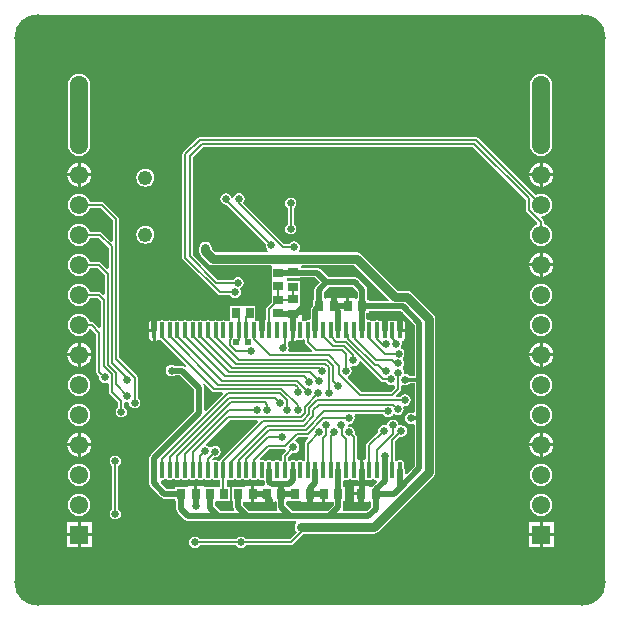
<source format=gbl>
G04 Layer_Physical_Order=2*
G04 Layer_Color=11436288*
%FSLAX23Y23*%
%MOIN*%
G70*
G01*
G75*
%ADD12R,0.030X0.033*%
%ADD16R,0.028X0.033*%
%ADD20R,0.033X0.028*%
%ADD23C,0.008*%
%ADD25C,0.020*%
%ADD26C,0.060*%
%ADD28C,0.030*%
%ADD30C,0.010*%
%ADD33C,0.012*%
%ADD34C,0.061*%
%ADD35R,0.061X0.061*%
%ADD36C,0.048*%
%ADD37C,0.026*%
%ADD38C,0.158*%
%ADD39C,0.050*%
%ADD40C,0.024*%
%ADD41R,0.033X0.030*%
%ADD42O,0.016X0.055*%
G36*
X1905Y1967D02*
X1920Y1963D01*
X1934Y1956D01*
X1946Y1946D01*
X1956Y1934D01*
X1963Y1920D01*
X1967Y1905D01*
X1969Y1890D01*
X1969Y1890D01*
X1969Y1890D01*
Y1884D01*
X1969Y79D01*
X1967Y63D01*
X1963Y48D01*
X1956Y35D01*
X1946Y23D01*
X1934Y13D01*
X1920Y6D01*
X1905Y1D01*
X1890Y-0D01*
X1890Y-0D01*
Y-0D01*
X79D01*
X79Y-0D01*
Y-0D01*
X78Y-0D01*
X63Y1D01*
X48Y6D01*
X35Y13D01*
X23Y23D01*
X13Y35D01*
X6Y48D01*
X1Y63D01*
X-0Y78D01*
X-0Y79D01*
X-0D01*
X-0Y1890D01*
X1Y1905D01*
X6Y1920D01*
X13Y1934D01*
X23Y1946D01*
X35Y1956D01*
X48Y1963D01*
X63Y1967D01*
X73Y1968D01*
X79Y1969D01*
X79Y1969D01*
X84D01*
X85Y1969D01*
X85D01*
X1890Y1969D01*
X1905Y1967D01*
D02*
G37*
%LPC*%
G36*
X1760Y575D02*
Y540D01*
X1795D01*
X1794Y546D01*
X1790Y555D01*
X1784Y564D01*
X1775Y570D01*
X1766Y574D01*
X1760Y575D01*
D02*
G37*
G36*
X215Y672D02*
X205Y671D01*
X197Y667D01*
X189Y661D01*
X183Y653D01*
X179Y645D01*
X178Y635D01*
X179Y625D01*
X183Y617D01*
X189Y609D01*
X197Y603D01*
X205Y599D01*
X215Y598D01*
X225Y599D01*
X233Y603D01*
X241Y609D01*
X247Y617D01*
X251Y625D01*
X252Y635D01*
X251Y645D01*
X247Y653D01*
X241Y661D01*
X233Y667D01*
X225Y671D01*
X215Y672D01*
D02*
G37*
G36*
X1755D02*
X1745Y671D01*
X1737Y667D01*
X1729Y661D01*
X1723Y653D01*
X1719Y645D01*
X1718Y635D01*
X1719Y625D01*
X1723Y617D01*
X1729Y609D01*
X1737Y603D01*
X1745Y599D01*
X1755Y598D01*
X1765Y599D01*
X1773Y603D01*
X1781Y609D01*
X1787Y617D01*
X1791Y625D01*
X1792Y635D01*
X1791Y645D01*
X1787Y653D01*
X1781Y661D01*
X1773Y667D01*
X1765Y671D01*
X1755Y672D01*
D02*
G37*
G36*
X1750Y575D02*
X1744Y574D01*
X1735Y570D01*
X1726Y564D01*
X1720Y555D01*
X1716Y546D01*
X1715Y540D01*
X1750D01*
Y575D01*
D02*
G37*
G36*
X1795Y530D02*
X1760D01*
Y495D01*
X1766Y496D01*
X1775Y500D01*
X1784Y506D01*
X1790Y515D01*
X1794Y524D01*
X1795Y530D01*
D02*
G37*
G36*
X210Y575D02*
X204Y574D01*
X195Y570D01*
X186Y564D01*
X180Y555D01*
X176Y546D01*
X175Y540D01*
X210D01*
Y575D01*
D02*
G37*
G36*
X220D02*
Y540D01*
X255D01*
X254Y546D01*
X250Y555D01*
X244Y564D01*
X235Y570D01*
X226Y574D01*
X220Y575D01*
D02*
G37*
G36*
X215Y772D02*
X205Y771D01*
X197Y767D01*
X189Y761D01*
X183Y753D01*
X179Y745D01*
X178Y735D01*
X179Y725D01*
X183Y717D01*
X189Y709D01*
X197Y703D01*
X205Y699D01*
X215Y698D01*
X225Y699D01*
X233Y703D01*
X241Y709D01*
X247Y717D01*
X251Y725D01*
X252Y735D01*
X251Y745D01*
X247Y753D01*
X241Y761D01*
X233Y767D01*
X225Y771D01*
X215Y772D01*
D02*
G37*
G36*
X1795Y830D02*
X1760D01*
Y795D01*
X1766Y796D01*
X1775Y800D01*
X1784Y806D01*
X1790Y815D01*
X1794Y824D01*
X1795Y830D01*
D02*
G37*
G36*
X210Y875D02*
X204Y874D01*
X195Y870D01*
X186Y864D01*
X180Y855D01*
X176Y846D01*
X175Y840D01*
X210D01*
Y875D01*
D02*
G37*
G36*
X220D02*
Y840D01*
X255D01*
X254Y846D01*
X250Y855D01*
X244Y864D01*
X235Y870D01*
X226Y874D01*
X220Y875D01*
D02*
G37*
G36*
X1750Y830D02*
X1715D01*
X1716Y824D01*
X1720Y815D01*
X1726Y806D01*
X1735Y800D01*
X1744Y796D01*
X1750Y795D01*
Y830D01*
D02*
G37*
G36*
X1755Y772D02*
X1745Y771D01*
X1737Y767D01*
X1729Y761D01*
X1723Y753D01*
X1719Y745D01*
X1718Y735D01*
X1719Y725D01*
X1723Y717D01*
X1729Y709D01*
X1737Y703D01*
X1745Y699D01*
X1755Y698D01*
X1765Y699D01*
X1773Y703D01*
X1781Y709D01*
X1787Y717D01*
X1791Y725D01*
X1792Y735D01*
X1791Y745D01*
X1787Y753D01*
X1781Y761D01*
X1773Y767D01*
X1765Y771D01*
X1755Y772D01*
D02*
G37*
G36*
X210Y830D02*
X175D01*
X176Y824D01*
X180Y815D01*
X186Y806D01*
X195Y800D01*
X204Y796D01*
X210Y795D01*
Y830D01*
D02*
G37*
G36*
X255D02*
X220D01*
Y795D01*
X226Y796D01*
X235Y800D01*
X244Y806D01*
X250Y815D01*
X254Y824D01*
X255Y830D01*
D02*
G37*
G36*
X1750Y530D02*
X1715D01*
X1716Y524D01*
X1720Y515D01*
X1726Y506D01*
X1735Y500D01*
X1744Y496D01*
X1750Y495D01*
Y530D01*
D02*
G37*
G36*
X210Y276D02*
X174D01*
Y240D01*
X210D01*
Y276D01*
D02*
G37*
G36*
X256D02*
X220D01*
Y240D01*
X256D01*
Y276D01*
D02*
G37*
G36*
X1750D02*
X1714D01*
Y240D01*
X1750D01*
Y276D01*
D02*
G37*
G36*
X1796Y230D02*
X1760D01*
Y194D01*
X1796D01*
Y230D01*
D02*
G37*
G36*
X210D02*
X174D01*
Y194D01*
X210D01*
Y230D01*
D02*
G37*
G36*
X256D02*
X220D01*
Y194D01*
X256D01*
Y230D01*
D02*
G37*
G36*
X1750D02*
X1714D01*
Y194D01*
X1750D01*
Y230D01*
D02*
G37*
G36*
X1796Y276D02*
X1760D01*
Y240D01*
X1796D01*
Y276D01*
D02*
G37*
G36*
X1755Y472D02*
X1745Y471D01*
X1737Y467D01*
X1729Y461D01*
X1723Y453D01*
X1719Y445D01*
X1718Y435D01*
X1719Y425D01*
X1723Y417D01*
X1729Y409D01*
X1737Y403D01*
X1745Y399D01*
X1755Y398D01*
X1765Y399D01*
X1773Y403D01*
X1781Y409D01*
X1787Y417D01*
X1791Y425D01*
X1792Y435D01*
X1791Y445D01*
X1787Y453D01*
X1781Y461D01*
X1773Y467D01*
X1765Y471D01*
X1755Y472D01*
D02*
G37*
G36*
X210Y530D02*
X175D01*
X176Y524D01*
X180Y515D01*
X186Y506D01*
X195Y500D01*
X204Y496D01*
X210Y495D01*
Y530D01*
D02*
G37*
G36*
X255D02*
X220D01*
Y495D01*
X226Y496D01*
X235Y500D01*
X244Y506D01*
X250Y515D01*
X254Y524D01*
X255Y530D01*
D02*
G37*
G36*
X215Y472D02*
X205Y471D01*
X197Y467D01*
X189Y461D01*
X183Y453D01*
X179Y445D01*
X178Y435D01*
X179Y425D01*
X183Y417D01*
X189Y409D01*
X197Y403D01*
X205Y399D01*
X215Y398D01*
X225Y399D01*
X233Y403D01*
X241Y409D01*
X247Y417D01*
X251Y425D01*
X252Y435D01*
X251Y445D01*
X247Y453D01*
X241Y461D01*
X233Y467D01*
X225Y471D01*
X215Y472D01*
D02*
G37*
G36*
X335Y499D02*
X328Y498D01*
X321Y494D01*
X317Y487D01*
X316Y480D01*
X317Y473D01*
X321Y466D01*
X325Y464D01*
Y321D01*
X321Y319D01*
X317Y312D01*
X316Y305D01*
X317Y298D01*
X321Y291D01*
X328Y287D01*
X335Y286D01*
X342Y287D01*
X349Y291D01*
X353Y298D01*
X354Y305D01*
X353Y312D01*
X349Y319D01*
X345Y321D01*
Y464D01*
X349Y466D01*
X353Y473D01*
X354Y480D01*
X353Y487D01*
X349Y494D01*
X342Y498D01*
X335Y499D01*
D02*
G37*
G36*
X215Y372D02*
X205Y371D01*
X197Y367D01*
X189Y361D01*
X183Y353D01*
X179Y345D01*
X178Y335D01*
X179Y325D01*
X183Y317D01*
X189Y309D01*
X197Y303D01*
X205Y299D01*
X215Y298D01*
X225Y299D01*
X233Y303D01*
X241Y309D01*
X247Y317D01*
X251Y325D01*
X252Y335D01*
X251Y345D01*
X247Y353D01*
X241Y361D01*
X233Y367D01*
X225Y371D01*
X215Y372D01*
D02*
G37*
G36*
X1755D02*
X1745Y371D01*
X1737Y367D01*
X1729Y361D01*
X1723Y353D01*
X1719Y345D01*
X1718Y335D01*
X1719Y325D01*
X1723Y317D01*
X1729Y309D01*
X1737Y303D01*
X1745Y299D01*
X1755Y298D01*
X1765Y299D01*
X1773Y303D01*
X1781Y309D01*
X1787Y317D01*
X1791Y325D01*
X1792Y335D01*
X1791Y345D01*
X1787Y353D01*
X1781Y361D01*
X1773Y367D01*
X1765Y371D01*
X1755Y372D01*
D02*
G37*
G36*
X747Y1374D02*
X740Y1373D01*
X734Y1369D01*
X729Y1362D01*
X729Y1358D01*
X722D01*
X722Y1361D01*
X718Y1367D01*
X711Y1371D01*
X704Y1373D01*
X697Y1371D01*
X690Y1367D01*
X686Y1361D01*
X685Y1353D01*
X686Y1346D01*
X690Y1340D01*
X697Y1336D01*
X704Y1334D01*
X706Y1334D01*
X836Y1204D01*
X836Y1200D01*
X837Y1193D01*
X841Y1186D01*
X842Y1186D01*
X844Y1177D01*
X843Y1176D01*
X669D01*
X657Y1188D01*
Y1191D01*
X655Y1199D01*
X651Y1206D01*
X644Y1211D01*
X635Y1212D01*
X627Y1211D01*
X620Y1206D01*
X616Y1199D01*
X614Y1191D01*
Y1180D01*
X616Y1171D01*
X620Y1164D01*
X645Y1140D01*
X652Y1135D01*
X660Y1134D01*
X854D01*
X857Y1129D01*
X857D01*
Y1089D01*
X857D01*
Y1083D01*
X857D01*
Y1044D01*
X857D01*
Y1039D01*
X857D01*
Y1011D01*
X842Y995D01*
X839Y992D01*
X839Y988D01*
Y955D01*
X833Y951D01*
X830Y953D01*
X828Y953D01*
Y916D01*
X818D01*
Y953D01*
X816Y953D01*
X810Y949D01*
X805Y949D01*
X802Y952D01*
X802Y953D01*
Y998D01*
X763D01*
X763Y998D01*
X763Y998D01*
X757D01*
Y998D01*
X757Y998D01*
X718D01*
Y955D01*
X718Y952D01*
X714Y948D01*
X712Y947D01*
X708Y946D01*
X704Y947D01*
X701Y949D01*
X695Y950D01*
X690Y949D01*
X685Y946D01*
X680D01*
X675Y949D01*
X670Y950D01*
X664Y949D01*
X661Y947D01*
X657Y946D01*
X653Y947D01*
X650Y949D01*
X644Y950D01*
X639Y949D01*
X634Y946D01*
X629D01*
X624Y949D01*
X619Y950D01*
X613Y949D01*
X610Y947D01*
X606Y946D01*
X602Y947D01*
X598Y949D01*
X593Y950D01*
X588Y949D01*
X584Y947D01*
X580Y946D01*
X576Y947D01*
X573Y949D01*
X567Y950D01*
X562Y949D01*
X558Y947D01*
X555Y946D01*
X551Y947D01*
X547Y949D01*
X542Y950D01*
X536Y949D01*
X532Y946D01*
X526D01*
X522Y949D01*
X516Y950D01*
X511Y949D01*
X507Y947D01*
X503Y946D01*
X499Y947D01*
X496Y949D01*
X491Y950D01*
X485Y949D01*
X485Y949D01*
X478Y949D01*
X472Y953D01*
X470Y953D01*
Y916D01*
Y880D01*
X472Y880D01*
X478Y884D01*
X485Y884D01*
X485Y884D01*
X488Y883D01*
X572Y799D01*
X568Y795D01*
X564Y797D01*
X558Y799D01*
X533D01*
X530Y800D01*
X523Y802D01*
X516Y800D01*
X509Y796D01*
X505Y790D01*
X504Y782D01*
X505Y775D01*
X509Y769D01*
X516Y764D01*
X523Y763D01*
X530Y764D01*
X533Y766D01*
X551D01*
X599Y718D01*
Y647D01*
X453Y502D01*
X450Y496D01*
X449Y490D01*
Y450D01*
Y406D01*
X450Y399D01*
X453Y394D01*
X488Y360D01*
X493Y356D01*
X499Y355D01*
X534D01*
Y348D01*
X539D01*
Y321D01*
X540Y315D01*
X543Y309D01*
X568Y285D01*
X573Y281D01*
X579Y280D01*
X679D01*
X679Y280D01*
X679Y280D01*
X936D01*
X938Y278D01*
X939Y274D01*
X935Y268D01*
X934Y260D01*
X935Y252D01*
X940Y245D01*
X940Y244D01*
X916Y220D01*
X771D01*
X769Y224D01*
X762Y228D01*
X755Y229D01*
X748Y228D01*
X741Y224D01*
X739Y220D01*
X616D01*
X614Y224D01*
X607Y228D01*
X600Y229D01*
X593Y228D01*
X586Y224D01*
X582Y217D01*
X581Y210D01*
X582Y203D01*
X586Y196D01*
X593Y192D01*
X600Y191D01*
X607Y192D01*
X614Y196D01*
X616Y200D01*
X739D01*
X741Y196D01*
X748Y192D01*
X755Y191D01*
X762Y192D01*
X769Y196D01*
X771Y200D01*
X920D01*
X924Y201D01*
X927Y203D01*
X962Y238D01*
X963Y239D01*
X1197D01*
X1205Y240D01*
X1212Y245D01*
X1396Y429D01*
X1401Y436D01*
X1402Y444D01*
Y954D01*
X1401Y962D01*
X1396Y969D01*
X1323Y1042D01*
X1316Y1047D01*
X1308Y1049D01*
X1277D01*
X1230Y1095D01*
X1230Y1095D01*
X1155Y1170D01*
X1148Y1175D01*
X1140Y1176D01*
X951D01*
X947Y1182D01*
X950Y1186D01*
X951Y1193D01*
X950Y1201D01*
X945Y1207D01*
X939Y1211D01*
X932Y1213D01*
X924Y1211D01*
X918Y1207D01*
X916Y1203D01*
X898D01*
X761Y1341D01*
X761Y1341D01*
X765Y1348D01*
X767Y1355D01*
X765Y1362D01*
X761Y1369D01*
X755Y1373D01*
X747Y1374D01*
D02*
G37*
G36*
X920Y1359D02*
X913Y1358D01*
X906Y1354D01*
X902Y1347D01*
X901Y1340D01*
X902Y1333D01*
X906Y1326D01*
X910Y1324D01*
Y1271D01*
X906Y1269D01*
X902Y1262D01*
X901Y1255D01*
X902Y1248D01*
X906Y1241D01*
X913Y1237D01*
X920Y1236D01*
X927Y1237D01*
X934Y1241D01*
X938Y1248D01*
X939Y1255D01*
X938Y1262D01*
X934Y1269D01*
X930Y1271D01*
Y1324D01*
X934Y1326D01*
X938Y1333D01*
X939Y1340D01*
X938Y1347D01*
X934Y1354D01*
X927Y1358D01*
X920Y1359D01*
D02*
G37*
G36*
X210Y1430D02*
X175D01*
X176Y1424D01*
X180Y1415D01*
X186Y1406D01*
X195Y1400D01*
X204Y1396D01*
X210Y1395D01*
Y1430D01*
D02*
G37*
G36*
X435Y1455D02*
X427Y1454D01*
X420Y1451D01*
X414Y1446D01*
X409Y1440D01*
X406Y1433D01*
X405Y1425D01*
X406Y1417D01*
X409Y1410D01*
X414Y1404D01*
X420Y1399D01*
X427Y1396D01*
X435Y1395D01*
X443Y1396D01*
X450Y1399D01*
X456Y1404D01*
X461Y1410D01*
X464Y1417D01*
X465Y1425D01*
X464Y1433D01*
X461Y1440D01*
X456Y1446D01*
X450Y1451D01*
X443Y1454D01*
X435Y1455D01*
D02*
G37*
G36*
X1538Y1562D02*
X618D01*
X614Y1561D01*
X611Y1559D01*
X562Y1510D01*
X560Y1507D01*
X559Y1503D01*
Y1157D01*
X560Y1153D01*
X562Y1150D01*
X676Y1036D01*
X679Y1034D01*
X683Y1033D01*
X719D01*
X721Y1029D01*
X728Y1025D01*
X735Y1024D01*
X742Y1025D01*
X749Y1029D01*
X753Y1036D01*
X754Y1043D01*
X753Y1050D01*
X750Y1054D01*
X751Y1057D01*
X758Y1061D01*
X762Y1068D01*
X763Y1075D01*
X762Y1082D01*
X758Y1089D01*
X751Y1093D01*
X744Y1094D01*
X737Y1093D01*
X730Y1089D01*
X728Y1085D01*
X675D01*
X593Y1167D01*
Y1493D01*
X628Y1528D01*
X1528D01*
X1704Y1351D01*
Y1318D01*
X1705Y1314D01*
X1707Y1311D01*
X1742Y1276D01*
X1741Y1269D01*
X1737Y1267D01*
X1729Y1261D01*
X1723Y1253D01*
X1719Y1245D01*
X1718Y1235D01*
X1719Y1225D01*
X1723Y1217D01*
X1729Y1209D01*
X1737Y1203D01*
X1745Y1199D01*
X1755Y1198D01*
X1765Y1199D01*
X1773Y1203D01*
X1781Y1209D01*
X1787Y1217D01*
X1791Y1225D01*
X1792Y1235D01*
X1791Y1245D01*
X1787Y1253D01*
X1781Y1261D01*
X1773Y1267D01*
X1765Y1270D01*
Y1278D01*
X1764Y1282D01*
X1762Y1285D01*
X1755Y1293D01*
X1757Y1298D01*
X1765Y1299D01*
X1773Y1303D01*
X1781Y1309D01*
X1787Y1317D01*
X1791Y1325D01*
X1792Y1335D01*
X1791Y1345D01*
X1787Y1353D01*
X1781Y1361D01*
X1773Y1367D01*
X1765Y1371D01*
X1755Y1372D01*
X1745Y1371D01*
X1737Y1367D01*
X1545Y1559D01*
X1542Y1561D01*
X1538Y1562D01*
D02*
G37*
G36*
X1760Y1175D02*
Y1140D01*
X1795D01*
X1794Y1146D01*
X1790Y1155D01*
X1784Y1164D01*
X1775Y1170D01*
X1766Y1174D01*
X1760Y1175D01*
D02*
G37*
G36*
X215Y1372D02*
X205Y1371D01*
X197Y1367D01*
X189Y1361D01*
X183Y1353D01*
X179Y1345D01*
X178Y1335D01*
X179Y1325D01*
X183Y1317D01*
X189Y1309D01*
X197Y1303D01*
X205Y1299D01*
X215Y1298D01*
X225Y1299D01*
X233Y1303D01*
X241Y1309D01*
X247Y1317D01*
X250Y1325D01*
X286D01*
X328Y1283D01*
Y1214D01*
X322Y1212D01*
X292Y1242D01*
X289Y1244D01*
X285Y1245D01*
X250D01*
X247Y1253D01*
X241Y1261D01*
X233Y1267D01*
X225Y1271D01*
X215Y1272D01*
X205Y1271D01*
X197Y1267D01*
X189Y1261D01*
X183Y1253D01*
X179Y1245D01*
X178Y1235D01*
X179Y1225D01*
X183Y1217D01*
X189Y1209D01*
X197Y1203D01*
X205Y1199D01*
X215Y1198D01*
X225Y1199D01*
X233Y1203D01*
X241Y1209D01*
X247Y1217D01*
X250Y1225D01*
X281D01*
X314Y1192D01*
Y1123D01*
X308Y1121D01*
X287Y1142D01*
X284Y1144D01*
X280Y1145D01*
X250D01*
X247Y1153D01*
X241Y1161D01*
X233Y1167D01*
X225Y1171D01*
X215Y1172D01*
X205Y1171D01*
X197Y1167D01*
X189Y1161D01*
X183Y1153D01*
X179Y1145D01*
X178Y1135D01*
X179Y1125D01*
X183Y1117D01*
X189Y1109D01*
X197Y1103D01*
X205Y1099D01*
X215Y1098D01*
X225Y1099D01*
X233Y1103D01*
X241Y1109D01*
X247Y1117D01*
X250Y1125D01*
X276D01*
X300Y1101D01*
Y1037D01*
X294Y1035D01*
X287Y1042D01*
X284Y1044D01*
X280Y1045D01*
X250D01*
X247Y1053D01*
X241Y1061D01*
X233Y1067D01*
X225Y1071D01*
X215Y1072D01*
X205Y1071D01*
X197Y1067D01*
X189Y1061D01*
X183Y1053D01*
X179Y1045D01*
X178Y1035D01*
X179Y1025D01*
X183Y1017D01*
X189Y1009D01*
X197Y1003D01*
X205Y999D01*
X215Y998D01*
X225Y999D01*
X233Y1003D01*
X241Y1009D01*
X247Y1017D01*
X250Y1025D01*
X276D01*
X286Y1015D01*
Y927D01*
X280Y925D01*
X263Y942D01*
X259Y944D01*
X256Y945D01*
X250D01*
X247Y953D01*
X241Y961D01*
X233Y967D01*
X225Y971D01*
X215Y972D01*
X205Y971D01*
X197Y967D01*
X189Y961D01*
X183Y953D01*
X179Y945D01*
X178Y935D01*
X179Y925D01*
X183Y917D01*
X189Y909D01*
X197Y903D01*
X205Y899D01*
X215Y898D01*
X225Y899D01*
X233Y903D01*
X241Y909D01*
X247Y917D01*
X248Y920D01*
X255Y921D01*
X272Y904D01*
Y778D01*
X273Y774D01*
X275Y771D01*
X281Y764D01*
X281Y760D01*
X282Y753D01*
X286Y746D01*
X293Y742D01*
X300Y741D01*
X307Y742D01*
X308Y742D01*
X313Y739D01*
Y712D01*
X314Y708D01*
X316Y705D01*
X345Y676D01*
Y661D01*
X341Y659D01*
X337Y652D01*
X336Y645D01*
X337Y638D01*
X341Y631D01*
X348Y627D01*
X355Y626D01*
X362Y627D01*
X369Y631D01*
X373Y638D01*
X374Y645D01*
X373Y652D01*
X369Y659D01*
X365Y661D01*
Y675D01*
X365Y675D01*
X371Y680D01*
X375Y679D01*
X376Y679D01*
X379Y677D01*
X381Y674D01*
X382Y668D01*
X386Y661D01*
X393Y657D01*
X400Y656D01*
X407Y657D01*
X414Y661D01*
X418Y668D01*
X419Y675D01*
X418Y682D01*
X414Y689D01*
X410Y691D01*
Y759D01*
X409Y763D01*
X407Y766D01*
X348Y825D01*
Y1287D01*
X347Y1291D01*
X345Y1294D01*
X297Y1342D01*
X294Y1344D01*
X290Y1345D01*
X250D01*
X247Y1353D01*
X241Y1361D01*
X233Y1367D01*
X225Y1371D01*
X215Y1372D01*
D02*
G37*
G36*
X435Y1265D02*
X427Y1264D01*
X420Y1261D01*
X414Y1256D01*
X409Y1250D01*
X406Y1243D01*
X405Y1235D01*
X406Y1227D01*
X409Y1220D01*
X414Y1214D01*
X420Y1209D01*
X427Y1206D01*
X435Y1205D01*
X443Y1206D01*
X450Y1209D01*
X456Y1214D01*
X461Y1220D01*
X464Y1227D01*
X465Y1235D01*
X464Y1243D01*
X461Y1250D01*
X456Y1256D01*
X450Y1261D01*
X443Y1264D01*
X435Y1265D01*
D02*
G37*
G36*
X255Y1430D02*
X220D01*
Y1395D01*
X226Y1396D01*
X235Y1400D01*
X244Y1406D01*
X250Y1415D01*
X254Y1424D01*
X255Y1430D01*
D02*
G37*
G36*
X1760Y1475D02*
Y1440D01*
X1795D01*
X1794Y1446D01*
X1790Y1455D01*
X1784Y1464D01*
X1775Y1470D01*
X1766Y1474D01*
X1760Y1475D01*
D02*
G37*
G36*
X1750D02*
X1744Y1474D01*
X1735Y1470D01*
X1726Y1464D01*
X1720Y1455D01*
X1716Y1446D01*
X1715Y1440D01*
X1750D01*
Y1475D01*
D02*
G37*
G36*
X1755Y1772D02*
X1745Y1771D01*
X1737Y1767D01*
X1729Y1761D01*
X1723Y1753D01*
X1719Y1745D01*
X1718Y1735D01*
X1719Y1731D01*
Y1639D01*
X1718Y1635D01*
X1719Y1631D01*
Y1539D01*
X1718Y1535D01*
X1719Y1525D01*
X1723Y1517D01*
X1729Y1509D01*
X1737Y1503D01*
X1745Y1499D01*
X1755Y1498D01*
X1765Y1499D01*
X1773Y1503D01*
X1781Y1509D01*
X1787Y1517D01*
X1791Y1525D01*
X1792Y1535D01*
X1791Y1539D01*
Y1631D01*
X1792Y1635D01*
X1791Y1639D01*
Y1731D01*
X1792Y1735D01*
X1791Y1745D01*
X1787Y1753D01*
X1781Y1761D01*
X1773Y1767D01*
X1765Y1771D01*
X1755Y1772D01*
D02*
G37*
G36*
X215D02*
X205Y1771D01*
X197Y1767D01*
X189Y1761D01*
X183Y1753D01*
X179Y1745D01*
X178Y1735D01*
X179Y1731D01*
Y1639D01*
X178Y1635D01*
X179Y1631D01*
Y1539D01*
X178Y1535D01*
X179Y1525D01*
X183Y1517D01*
X189Y1509D01*
X197Y1503D01*
X205Y1499D01*
X215Y1498D01*
X225Y1499D01*
X233Y1503D01*
X241Y1509D01*
X247Y1517D01*
X251Y1525D01*
X252Y1535D01*
X251Y1539D01*
Y1631D01*
X252Y1635D01*
X251Y1639D01*
Y1731D01*
X252Y1735D01*
X251Y1745D01*
X247Y1753D01*
X241Y1761D01*
X233Y1767D01*
X225Y1771D01*
X215Y1772D01*
D02*
G37*
G36*
X1795Y1430D02*
X1760D01*
Y1395D01*
X1766Y1396D01*
X1775Y1400D01*
X1784Y1406D01*
X1790Y1415D01*
X1794Y1424D01*
X1795Y1430D01*
D02*
G37*
G36*
X1750D02*
X1715D01*
X1716Y1424D01*
X1720Y1415D01*
X1726Y1406D01*
X1735Y1400D01*
X1744Y1396D01*
X1750Y1395D01*
Y1430D01*
D02*
G37*
G36*
X220Y1475D02*
Y1440D01*
X255D01*
X254Y1446D01*
X250Y1455D01*
X244Y1464D01*
X235Y1470D01*
X226Y1474D01*
X220Y1475D01*
D02*
G37*
G36*
X210D02*
X204Y1474D01*
X195Y1470D01*
X186Y1464D01*
X180Y1455D01*
X176Y1446D01*
X175Y1440D01*
X210D01*
Y1475D01*
D02*
G37*
G36*
X1750Y1175D02*
X1744Y1174D01*
X1735Y1170D01*
X1726Y1164D01*
X1720Y1155D01*
X1716Y1146D01*
X1715Y1140D01*
X1750D01*
Y1175D01*
D02*
G37*
G36*
X460Y953D02*
X458Y953D01*
X452Y949D01*
X448Y943D01*
X447Y936D01*
Y921D01*
X460D01*
Y953D01*
D02*
G37*
G36*
X1755Y972D02*
X1745Y971D01*
X1737Y967D01*
X1729Y961D01*
X1723Y953D01*
X1719Y945D01*
X1718Y935D01*
X1719Y925D01*
X1723Y917D01*
X1729Y909D01*
X1737Y903D01*
X1745Y899D01*
X1755Y898D01*
X1765Y899D01*
X1773Y903D01*
X1781Y909D01*
X1787Y917D01*
X1791Y925D01*
X1792Y935D01*
X1791Y945D01*
X1787Y953D01*
X1781Y961D01*
X1773Y967D01*
X1765Y971D01*
X1755Y972D01*
D02*
G37*
G36*
Y1072D02*
X1745Y1071D01*
X1737Y1067D01*
X1729Y1061D01*
X1723Y1053D01*
X1719Y1045D01*
X1718Y1035D01*
X1719Y1025D01*
X1723Y1017D01*
X1729Y1009D01*
X1737Y1003D01*
X1745Y999D01*
X1755Y998D01*
X1765Y999D01*
X1773Y1003D01*
X1781Y1009D01*
X1787Y1017D01*
X1791Y1025D01*
X1792Y1035D01*
X1791Y1045D01*
X1787Y1053D01*
X1781Y1061D01*
X1773Y1067D01*
X1765Y1071D01*
X1755Y1072D01*
D02*
G37*
G36*
X1750Y875D02*
X1744Y874D01*
X1735Y870D01*
X1726Y864D01*
X1720Y855D01*
X1716Y846D01*
X1715Y840D01*
X1750D01*
Y875D01*
D02*
G37*
G36*
X1795Y1130D02*
X1760D01*
Y1095D01*
X1766Y1096D01*
X1775Y1100D01*
X1784Y1106D01*
X1790Y1115D01*
X1794Y1124D01*
X1795Y1130D01*
D02*
G37*
G36*
X460Y911D02*
X447D01*
Y897D01*
X448Y890D01*
X452Y884D01*
X458Y880D01*
X460Y880D01*
Y911D01*
D02*
G37*
G36*
X1760Y875D02*
Y840D01*
X1795D01*
X1794Y846D01*
X1790Y855D01*
X1784Y864D01*
X1775Y870D01*
X1766Y874D01*
X1760Y875D01*
D02*
G37*
G36*
X1750Y1130D02*
X1715D01*
X1716Y1124D01*
X1720Y1115D01*
X1726Y1106D01*
X1735Y1100D01*
X1744Y1096D01*
X1750Y1095D01*
Y1130D01*
D02*
G37*
%LPD*%
G36*
X1016Y1076D02*
X1003Y1063D01*
X1000Y1058D01*
X999Y1052D01*
Y1019D01*
X994D01*
Y999D01*
X991Y995D01*
X987Y990D01*
X986Y984D01*
Y953D01*
X980Y950D01*
X977Y950D01*
X971Y949D01*
X968Y947D01*
X964Y946D01*
X960Y947D01*
X957Y949D01*
X956Y949D01*
Y967D01*
X929D01*
Y977D01*
X956D01*
Y996D01*
X956D01*
X952Y1000D01*
Y1041D01*
Y1082D01*
X907D01*
X907Y1082D01*
Y1082D01*
X907Y1082D01*
X906Y1089D01*
X908Y1090D01*
X952D01*
Y1093D01*
X1000D01*
X1016Y1076D01*
D02*
G37*
G36*
X1333Y935D02*
Y764D01*
X1316D01*
X1315Y766D01*
X1308Y770D01*
X1301Y771D01*
X1297Y775D01*
X1296Y782D01*
X1293Y786D01*
X1293Y792D01*
X1294Y795D01*
X1297Y800D01*
X1298Y807D01*
X1297Y814D01*
X1294Y818D01*
X1294Y824D01*
X1295Y827D01*
X1298Y832D01*
X1299Y839D01*
X1298Y846D01*
X1294Y853D01*
X1290Y855D01*
X1287Y857D01*
X1289Y863D01*
X1289Y864D01*
X1291Y871D01*
X1290Y874D01*
X1291Y880D01*
X1294Y882D01*
X1297Y884D01*
X1301Y890D01*
X1302Y897D01*
Y911D01*
X1284D01*
Y916D01*
X1279D01*
Y953D01*
X1277Y953D01*
X1271Y949D01*
X1264Y949D01*
X1264Y949D01*
X1258Y950D01*
X1253Y949D01*
X1253Y949D01*
X1246Y949D01*
X1240Y953D01*
X1238Y953D01*
Y916D01*
X1228D01*
Y953D01*
X1226Y953D01*
X1220Y949D01*
X1213Y949D01*
X1213Y949D01*
X1207Y950D01*
X1202Y949D01*
X1198Y947D01*
X1194Y946D01*
X1190Y947D01*
X1187Y949D01*
X1182Y950D01*
X1178Y950D01*
X1172Y953D01*
Y973D01*
X1180D01*
Y980D01*
X1288D01*
X1333Y935D01*
D02*
G37*
G36*
X931Y880D02*
X933Y880D01*
X939Y884D01*
X946Y884D01*
X946Y884D01*
X951Y883D01*
X957Y884D01*
X960Y886D01*
X961Y886D01*
X963Y886D01*
X967Y884D01*
Y879D01*
X967Y875D01*
X970Y872D01*
X992Y849D01*
X989Y843D01*
X915D01*
X913Y848D01*
X912Y849D01*
X914Y856D01*
X912Y864D01*
X910Y867D01*
Y878D01*
X916Y882D01*
X919Y880D01*
X921Y880D01*
Y916D01*
X931D01*
Y880D01*
D02*
G37*
G36*
X1222Y746D02*
X1225Y743D01*
X1229Y743D01*
X1239D01*
X1241Y739D01*
X1248Y735D01*
X1255Y733D01*
X1262Y735D01*
X1263Y734D01*
X1268Y732D01*
Y725D01*
X1254Y711D01*
X1156D01*
X1110Y758D01*
X1111Y762D01*
X1112Y764D01*
X1118Y767D01*
X1122Y774D01*
X1124Y781D01*
X1122Y789D01*
X1119Y793D01*
X1120Y795D01*
X1123Y798D01*
X1129Y797D01*
X1137Y798D01*
X1143Y802D01*
X1147Y809D01*
X1148Y811D01*
X1154Y813D01*
X1222Y746D01*
D02*
G37*
G36*
X1333Y644D02*
X1328Y641D01*
X1327Y641D01*
X1320Y642D01*
X1313Y641D01*
X1306Y637D01*
X1302Y630D01*
X1301Y623D01*
X1302Y616D01*
X1306Y609D01*
X1313Y605D01*
X1320Y604D01*
X1327Y605D01*
X1328Y605D01*
X1333Y602D01*
Y463D01*
X1306Y436D01*
X1300Y438D01*
Y450D01*
X1299Y456D01*
X1298Y458D01*
Y470D01*
X1297Y475D01*
X1294Y480D01*
X1289Y483D01*
X1284Y484D01*
X1278Y483D01*
X1274Y480D01*
X1272Y481D01*
X1268Y482D01*
Y546D01*
X1285Y563D01*
X1289Y562D01*
X1297Y563D01*
X1303Y567D01*
X1307Y574D01*
X1309Y581D01*
X1307Y589D01*
X1303Y595D01*
X1297Y599D01*
X1289Y601D01*
X1285Y600D01*
X1281Y600D01*
X1279Y604D01*
X1278Y607D01*
X1274Y614D01*
X1267Y618D01*
X1260Y619D01*
X1253Y618D01*
X1246Y614D01*
X1242Y607D01*
X1241Y604D01*
X1238Y600D01*
X1235Y600D01*
X1230Y601D01*
X1223Y600D01*
X1216Y595D01*
X1212Y589D01*
X1211Y582D01*
X1211Y578D01*
X1174Y540D01*
X1172Y537D01*
X1171Y533D01*
Y488D01*
X1165Y485D01*
X1163Y487D01*
X1161Y487D01*
Y450D01*
Y413D01*
X1163Y413D01*
X1169Y417D01*
X1176Y417D01*
X1176Y417D01*
X1182Y416D01*
X1187Y417D01*
X1192Y420D01*
X1197D01*
X1202Y417D01*
X1204Y417D01*
X1206Y410D01*
X1193Y398D01*
X1190Y394D01*
X1186D01*
X1184Y394D01*
X1180Y398D01*
D01*
X1179D01*
X1179Y398D01*
X1160D01*
Y371D01*
Y344D01*
X1179D01*
X1179Y344D01*
X1180D01*
X1180D01*
X1182Y346D01*
X1187Y345D01*
X1188Y344D01*
Y328D01*
X1173Y313D01*
X1097D01*
X1093Y319D01*
X1094Y320D01*
X1095Y326D01*
Y348D01*
X1100D01*
Y394D01*
X1095D01*
Y413D01*
X1101Y417D01*
X1105Y416D01*
X1110Y417D01*
X1114Y420D01*
X1118Y420D01*
X1121Y420D01*
X1125Y417D01*
X1130Y416D01*
X1136Y417D01*
X1136Y417D01*
X1143Y417D01*
X1149Y413D01*
X1151Y413D01*
Y450D01*
Y487D01*
X1149Y487D01*
X1147Y485D01*
X1141Y488D01*
Y560D01*
X1140Y564D01*
X1138Y567D01*
X1133Y572D01*
X1134Y576D01*
X1132Y584D01*
X1128Y590D01*
X1122Y594D01*
X1114Y596D01*
X1113Y595D01*
X1109Y599D01*
X1113Y604D01*
X1114Y604D01*
X1122Y605D01*
X1128Y609D01*
X1132Y616D01*
X1134Y623D01*
X1132Y630D01*
X1133Y632D01*
X1135Y636D01*
X1228D01*
X1231Y632D01*
X1237Y628D01*
X1244Y627D01*
X1252Y628D01*
X1258Y632D01*
X1260Y635D01*
X1262Y639D01*
X1267Y636D01*
X1269Y635D01*
X1276Y634D01*
X1284Y635D01*
X1290Y639D01*
X1294Y646D01*
X1296Y653D01*
X1295Y659D01*
X1297Y663D01*
X1299Y664D01*
X1301Y664D01*
X1309Y665D01*
X1315Y669D01*
X1319Y676D01*
X1321Y683D01*
X1319Y691D01*
X1315Y697D01*
X1309Y701D01*
X1301Y703D01*
X1294Y701D01*
X1288Y697D01*
X1285Y693D01*
X1273D01*
X1271Y699D01*
X1285Y714D01*
X1287Y717D01*
X1288Y721D01*
Y731D01*
X1293Y734D01*
X1294Y734D01*
X1301Y733D01*
X1308Y734D01*
X1315Y738D01*
X1316Y740D01*
X1333D01*
Y644D01*
D02*
G37*
G36*
X1035Y344D02*
X1054D01*
X1054Y344D01*
X1055D01*
X1055D01*
X1057Y346D01*
X1062Y344D01*
X1063Y343D01*
Y333D01*
X1043Y313D01*
X926D01*
X905Y333D01*
Y345D01*
X910Y348D01*
X914D01*
D01*
Y348D01*
X914Y348D01*
X953D01*
X955Y348D01*
X959Y344D01*
D01*
X960D01*
X960Y344D01*
X979D01*
Y371D01*
X989D01*
Y344D01*
X1025D01*
Y371D01*
X1035D01*
Y344D01*
D02*
G37*
G36*
X1200Y1065D02*
X1200Y1065D01*
X1247Y1018D01*
X1244Y1013D01*
X1180D01*
Y1019D01*
X1175D01*
Y1052D01*
X1174Y1058D01*
X1171Y1063D01*
X1146Y1088D01*
X1141Y1091D01*
X1134Y1093D01*
X1046D01*
X1018Y1120D01*
X1013Y1124D01*
X1007Y1125D01*
X956D01*
X955Y1126D01*
X957Y1133D01*
X957Y1134D01*
X1131D01*
X1200Y1065D01*
D02*
G37*
G36*
X811Y612D02*
X688Y489D01*
X686Y486D01*
X685Y482D01*
X684Y481D01*
X683Y481D01*
X679Y480D01*
X675Y483D01*
X670Y484D01*
X664Y483D01*
X664Y483D01*
X662Y483D01*
X657Y485D01*
X657Y488D01*
X663Y494D01*
X667Y493D01*
X675Y494D01*
X681Y498D01*
X685Y505D01*
X687Y512D01*
X685Y520D01*
X681Y526D01*
X675Y530D01*
X667Y532D01*
X660Y530D01*
X656Y527D01*
X649Y527D01*
X643Y531D01*
X638Y532D01*
X636Y538D01*
X716Y618D01*
X809D01*
X811Y612D01*
D02*
G37*
G36*
X979Y556D02*
X970Y546D01*
X967Y542D01*
X967Y539D01*
Y482D01*
X963Y481D01*
X961Y480D01*
X960Y480D01*
X957Y483D01*
X951Y484D01*
X946Y483D01*
X941Y480D01*
X936D01*
X931Y483D01*
X926Y484D01*
X920Y483D01*
X916Y480D01*
X913Y481D01*
X910Y482D01*
Y493D01*
X925Y508D01*
X929Y507D01*
X937Y508D01*
X943Y512D01*
X947Y519D01*
X949Y526D01*
X947Y534D01*
X943Y540D01*
X937Y544D01*
X936Y545D01*
X935Y550D01*
X946Y561D01*
X976D01*
X976Y561D01*
X979Y556D01*
D02*
G37*
G36*
X1143Y1045D02*
Y1024D01*
X1142Y1023D01*
X1137Y1021D01*
X1135Y1023D01*
D01*
X1134D01*
X1134Y1023D01*
X1115D01*
Y996D01*
X1105D01*
Y1023D01*
X1069D01*
Y996D01*
X1059D01*
Y1023D01*
X1040D01*
X1040Y1023D01*
X1039D01*
X1039D01*
X1037Y1021D01*
X1032Y1023D01*
X1031Y1024D01*
Y1045D01*
X1046Y1060D01*
X1128D01*
X1143Y1045D01*
D02*
G37*
G36*
X639Y417D02*
X644Y416D01*
X650Y417D01*
X653Y420D01*
X657Y420D01*
X661Y420D01*
X664Y417D01*
X670Y416D01*
X675Y417D01*
X679Y420D01*
X682Y419D01*
X685Y418D01*
Y394D01*
X677D01*
Y394D01*
X677Y394D01*
X672D01*
Y394D01*
X672Y394D01*
X635D01*
X633Y394D01*
X629Y398D01*
D01*
X628D01*
X628Y398D01*
X609D01*
Y371D01*
X599D01*
Y398D01*
X580D01*
X580Y398D01*
X579D01*
X579D01*
X575Y394D01*
X573Y394D01*
X534D01*
Y388D01*
X506D01*
X485Y408D01*
X486Y411D01*
X491Y416D01*
X496Y417D01*
X499Y420D01*
X503Y420D01*
X507Y420D01*
X511Y417D01*
X516Y416D01*
X522Y417D01*
X526Y420D01*
X532D01*
X536Y417D01*
X542Y416D01*
X547Y417D01*
X551Y420D01*
X555Y420D01*
X558Y420D01*
X562Y417D01*
X567Y416D01*
X573Y417D01*
X577Y420D01*
X583D01*
X588Y417D01*
X593Y416D01*
X598Y417D01*
X602Y420D01*
X606Y420D01*
X610Y420D01*
X613Y417D01*
X619Y416D01*
X624Y417D01*
X629Y420D01*
X634D01*
X639Y417D01*
D02*
G37*
G36*
X657Y714D02*
X661Y712D01*
X664Y711D01*
X692D01*
X694Y705D01*
X637Y648D01*
X631Y650D01*
Y725D01*
X630Y731D01*
X627Y736D01*
X632Y739D01*
X657Y714D01*
D02*
G37*
G36*
X902Y520D02*
X904Y515D01*
X893Y504D01*
X891Y501D01*
X890Y497D01*
Y482D01*
X887Y481D01*
X884Y480D01*
X880Y483D01*
X874Y484D01*
X869Y483D01*
X866Y480D01*
X862Y480D01*
X858Y480D01*
X854Y483D01*
X849Y484D01*
X843Y483D01*
X839Y480D01*
X833D01*
X829Y483D01*
X823Y484D01*
X819Y483D01*
X816Y487D01*
X816Y488D01*
X849Y521D01*
X901D01*
X902Y520D01*
D02*
G37*
G36*
X792Y417D02*
X798Y416D01*
X803Y417D01*
X807Y420D01*
X810Y420D01*
X814Y420D01*
X818Y417D01*
X823Y416D01*
X827Y417D01*
X833Y413D01*
Y412D01*
X834Y406D01*
X835Y404D01*
X832Y398D01*
X799D01*
Y371D01*
Y344D01*
X835D01*
Y371D01*
X845D01*
Y344D01*
X865D01*
Y344D01*
X867Y347D01*
X873Y345D01*
Y327D01*
X874Y320D01*
X875Y319D01*
X872Y313D01*
X781D01*
X761Y333D01*
Y344D01*
X762Y345D01*
X764Y345D01*
X769Y344D01*
X769D01*
X775Y344D01*
X789D01*
Y371D01*
Y398D01*
X769D01*
Y398D01*
X766Y394D01*
X724D01*
Y348D01*
X729D01*
Y326D01*
X730Y320D01*
X730Y319D01*
X727Y313D01*
X686D01*
X668Y331D01*
Y344D01*
X672Y348D01*
X677D01*
Y348D01*
X717D01*
Y394D01*
X706D01*
Y418D01*
X709Y419D01*
X712Y420D01*
X715Y417D01*
X721Y416D01*
X726Y417D01*
X731Y420D01*
X736D01*
X741Y417D01*
X746Y416D01*
X752Y417D01*
X755Y420D01*
X759Y420D01*
X763Y420D01*
X767Y417D01*
X772Y416D01*
X777Y417D01*
X782Y420D01*
X788D01*
X792Y417D01*
D02*
G37*
%LPC*%
G36*
X1150Y398D02*
X1130D01*
Y376D01*
X1150D01*
Y398D01*
D02*
G37*
G36*
Y366D02*
X1130D01*
Y344D01*
X1150D01*
Y366D01*
D02*
G37*
G36*
X1289Y953D02*
Y921D01*
X1302D01*
Y936D01*
X1301Y943D01*
X1297Y949D01*
X1291Y953D01*
X1289Y953D01*
D02*
G37*
%LPD*%
D12*
X1159Y996D02*
D03*
X1110D02*
D03*
X1204Y371D02*
D03*
X1155D02*
D03*
X935D02*
D03*
X984D02*
D03*
X1079D02*
D03*
X1030D02*
D03*
X555D02*
D03*
X604D02*
D03*
X1015Y996D02*
D03*
X1064D02*
D03*
X745Y371D02*
D03*
X794D02*
D03*
X889D02*
D03*
X840D02*
D03*
D16*
X697D02*
D03*
X652D02*
D03*
X737Y975D02*
D03*
X783D02*
D03*
D20*
X879Y1064D02*
D03*
Y1109D02*
D03*
Y974D02*
D03*
Y1019D02*
D03*
D23*
X516Y450D02*
Y493D01*
X567Y504D02*
X714Y651D01*
X567Y450D02*
Y504D01*
X711Y628D02*
X954D01*
X593Y510D02*
X711Y628D01*
X593Y450D02*
Y510D01*
X516Y493D02*
X713Y690D01*
X542Y498D02*
X720Y676D01*
X619Y496D02*
X635Y513D01*
X542Y450D02*
Y498D01*
X747Y1340D02*
X894Y1193D01*
X932D01*
X1260Y572D02*
Y600D01*
X1258Y550D02*
X1289Y581D01*
X1207Y519D02*
X1260Y572D01*
X1031Y646D02*
X1244D01*
X1015Y669D02*
X1260D01*
X1009Y683D02*
X1301D01*
X970Y585D02*
X1031Y646D01*
X1260Y669D02*
X1276Y653D01*
X1182Y533D02*
X1230Y582D01*
X1207Y450D02*
Y519D01*
X1278Y721D02*
Y775D01*
X1229Y753D02*
X1255D01*
X1279Y807D02*
Y807D01*
X1236Y779D02*
Y781D01*
X1233Y870D02*
X1239D01*
X1268Y868D02*
X1271Y871D01*
X1234Y839D02*
X1280D01*
X1259Y816D02*
X1274Y802D01*
X1205Y816D02*
X1259D01*
X1268Y866D02*
X1276Y874D01*
X1268Y866D02*
Y868D01*
X995Y650D02*
X1015Y669D01*
X1028Y623D02*
X1114D01*
X1089Y600D02*
X1090D01*
X1038D02*
X1039D01*
X1258Y701D02*
X1278Y721D01*
X1112Y889D02*
X1200Y802D01*
X1112Y889D02*
Y900D01*
X1105Y908D02*
X1112Y900D01*
X1211Y802D02*
X1235Y778D01*
X1200Y802D02*
X1211D01*
X1105Y908D02*
Y916D01*
X1235Y778D02*
X1236Y779D01*
X1103Y879D02*
X1229Y753D01*
X1182Y892D02*
X1234Y839D01*
X1152Y701D02*
X1258D01*
X1274Y802D02*
X1279Y807D01*
X1133Y888D02*
X1205Y816D01*
X977Y879D02*
Y916D01*
X1091Y567D02*
X1105Y553D01*
X1091Y567D02*
Y599D01*
X717Y867D02*
Y885D01*
X721Y889D01*
Y916D01*
Y478D02*
X841Y599D01*
X644Y450D02*
Y489D01*
X619Y450D02*
Y496D01*
X746Y450D02*
Y483D01*
X695Y450D02*
Y482D01*
X721Y450D02*
Y478D01*
X772Y450D02*
Y489D01*
X798Y450D02*
Y484D01*
X1130Y916D02*
X1133Y913D01*
X977Y450D02*
Y539D01*
X1105Y450D02*
Y553D01*
X1130Y450D02*
Y560D01*
X1182Y450D02*
Y533D01*
X619Y916D02*
X619Y916D01*
X746Y883D02*
Y916D01*
X772Y881D02*
Y916D01*
X1037Y567D02*
Y599D01*
X1207Y888D02*
Y916D01*
X1054Y450D02*
Y565D01*
X491Y450D02*
Y487D01*
X670Y895D02*
Y916D01*
X644Y897D02*
Y916D01*
X619Y896D02*
Y916D01*
X593Y897D02*
Y916D01*
X567Y897D02*
Y916D01*
X542Y897D02*
Y916D01*
X516Y911D02*
Y916D01*
Y911D02*
X517Y910D01*
Y898D02*
Y910D01*
X516Y897D02*
X517Y898D01*
X491Y895D02*
Y916D01*
X695Y373D02*
Y450D01*
Y373D02*
X697Y371D01*
X1054Y897D02*
Y916D01*
Y897D02*
X1072Y879D01*
X977Y879D02*
X1005Y851D01*
X1028Y450D02*
Y557D01*
X1037Y567D01*
X900Y450D02*
Y497D01*
X798Y484D02*
X844Y531D01*
X772Y489D02*
X844Y561D01*
X746Y483D02*
X848Y585D01*
X907Y653D02*
X909Y651D01*
X900Y497D02*
X929Y526D01*
X844Y531D02*
X902D01*
X942Y571D01*
X844Y561D02*
X892D01*
X848Y585D02*
X970D01*
X942Y571D02*
X976D01*
X982Y743D02*
Y744D01*
X944Y711D02*
Y726D01*
X963Y763D02*
X982Y744D01*
X983Y777D02*
X1014Y746D01*
X1028Y897D02*
Y916D01*
Y897D02*
X1060Y865D01*
X1097D01*
X1129Y833D01*
Y816D02*
Y833D01*
X1090Y851D02*
X1104Y836D01*
Y781D02*
Y836D01*
X1005Y851D02*
X1090D01*
X1047Y706D02*
Y793D01*
X1014Y791D02*
X1024Y781D01*
X834Y676D02*
X841Y669D01*
X885Y706D02*
X907Y683D01*
X889Y721D02*
X944Y666D01*
X935Y735D02*
X944Y726D01*
X941Y749D02*
X979Y711D01*
X900Y853D02*
Y916D01*
X894Y853D02*
X900D01*
X491Y895D02*
X664Y721D01*
X798Y888D02*
Y916D01*
X772Y881D02*
X776Y876D01*
X1035Y805D02*
X1047Y793D01*
X1061Y749D02*
X1079Y731D01*
X1061Y749D02*
Y799D01*
X1041Y819D02*
X1061Y799D01*
X1133Y888D02*
Y913D01*
X1090Y600D02*
X1091Y599D01*
X1037D02*
X1038Y600D01*
X894Y853D02*
Y856D01*
X798Y888D02*
X852Y833D01*
X1047D01*
X841Y652D02*
Y669D01*
X868Y690D02*
X884Y674D01*
X907Y653D02*
Y683D01*
X954Y628D02*
X967Y642D01*
Y662D01*
X1012Y706D01*
X944Y651D02*
Y666D01*
X960Y614D02*
X981Y636D01*
Y656D01*
X1009Y683D01*
X841Y599D02*
X965D01*
X995Y630D01*
Y650D01*
X976Y571D02*
X1028Y623D01*
X1081Y772D02*
Y799D01*
X1047Y833D02*
X1081Y799D01*
Y772D02*
X1152Y701D01*
X1182Y892D02*
Y916D01*
X1258Y892D02*
X1276Y874D01*
X1114Y576D02*
X1130Y560D01*
X1054Y565D02*
X1064Y576D01*
X977Y539D02*
X1014Y576D01*
X1207Y888D02*
X1229Y866D01*
X1233Y870D01*
X1072Y879D02*
X1103D01*
X695Y482D02*
X827Y614D01*
X960D01*
X714Y651D02*
X809D01*
X720Y676D02*
X834D01*
X713Y690D02*
X868D01*
X710Y706D02*
X885D01*
X664Y721D02*
X889D01*
X516Y897D02*
X678Y735D01*
X935D01*
X542Y897D02*
X690Y749D01*
X941D01*
X567Y897D02*
X701Y763D01*
X963D01*
X593Y897D02*
X713Y777D01*
X983D01*
X619Y896D02*
X724Y791D01*
X1014D01*
X644Y897D02*
X736Y805D01*
X1035D01*
X670Y895D02*
X746Y819D01*
X1041D01*
X738Y846D02*
X789D01*
X717Y867D02*
X738Y846D01*
X739Y876D02*
X746Y883D01*
Y916D02*
Y966D01*
X772Y916D02*
Y964D01*
X879Y1019D02*
X917D01*
X879D02*
Y1054D01*
X869Y1064D02*
X879Y1054D01*
X849Y916D02*
Y988D01*
X879Y1019D01*
X600Y210D02*
X755D01*
X920D01*
X917Y1019D02*
X929Y1031D01*
Y1052D01*
X919Y1062D02*
X929Y1052D01*
X920Y1255D02*
Y1340D01*
X704Y1351D02*
Y1353D01*
Y1351D02*
X855Y1200D01*
X747Y1340D02*
Y1355D01*
X920Y210D02*
X955Y245D01*
X215Y1335D02*
X290D01*
X215Y1035D02*
X280D01*
X215Y1135D02*
X280D01*
X644Y489D02*
X667Y512D01*
X491Y487D02*
X710Y706D01*
X1258Y450D02*
Y550D01*
X335Y305D02*
Y480D01*
X355Y645D02*
Y680D01*
X282Y778D02*
X300Y760D01*
X215Y935D02*
X256D01*
X282Y909D01*
Y778D02*
Y909D01*
X323Y712D02*
X355Y680D01*
X337Y736D02*
X375Y698D01*
X375Y752D02*
Y757D01*
X285Y1235D02*
X324Y1196D01*
X215Y1235D02*
X285D01*
X280Y1035D02*
X296Y1019D01*
X280Y1135D02*
X310Y1105D01*
X324Y808D02*
Y1196D01*
Y808D02*
X375Y757D01*
X323Y712D02*
Y770D01*
X296Y797D02*
X323Y770D01*
X296Y797D02*
Y1019D01*
X337Y736D02*
Y775D01*
X310Y802D02*
X337Y775D01*
X310Y802D02*
Y1105D01*
X338Y821D02*
Y1287D01*
X290Y1335D02*
X338Y1287D01*
X400Y675D02*
Y759D01*
X338Y821D02*
X400Y759D01*
X772Y964D02*
X783Y975D01*
X737D02*
X746Y966D01*
X683Y1043D02*
X735D01*
X671Y1075D02*
X744D01*
X618Y1552D02*
X1538D01*
X1755Y1335D01*
X624Y1538D02*
X1532D01*
X1755Y1235D02*
Y1278D01*
X1532Y1538D02*
X1714Y1356D01*
Y1318D02*
Y1356D01*
Y1318D02*
X1755Y1278D01*
X955Y245D02*
Y260D01*
X569Y1503D02*
X618Y1552D01*
X569Y1157D02*
X683Y1043D01*
X583Y1497D02*
X624Y1538D01*
X583Y1163D02*
X671Y1075D01*
X569Y1157D02*
Y1503D01*
X583Y1163D02*
Y1497D01*
D25*
X615Y640D02*
Y725D01*
X465Y490D02*
X615Y640D01*
X558Y782D02*
X615Y725D01*
X465Y450D02*
Y490D01*
X527Y782D02*
X558D01*
X1349Y623D02*
Y752D01*
Y456D02*
Y623D01*
Y752D02*
Y942D01*
X1284Y916D02*
Y966D01*
X1159Y996D02*
X1295D01*
X465Y406D02*
Y450D01*
Y406D02*
X499Y371D01*
X555D01*
X1079Y371D02*
Y450D01*
X1079Y371D02*
X1079Y371D01*
X652Y324D02*
Y371D01*
Y324D02*
X679Y296D01*
X699D01*
X555Y321D02*
Y371D01*
Y321D02*
X579Y296D01*
X1049D02*
X1079Y326D01*
Y371D01*
X889Y327D02*
Y371D01*
X935D01*
X889Y327D02*
X919Y296D01*
X849Y412D02*
X856Y405D01*
X849Y412D02*
Y450D01*
X794Y371D02*
X840D01*
X984D02*
X1030D01*
X984Y391D02*
X1002Y409D01*
Y450D01*
X856Y405D02*
X913D01*
X926Y417D01*
Y450D01*
X889Y371D02*
Y405D01*
X1284Y391D02*
Y450D01*
X1156Y385D02*
Y450D01*
X699Y296D02*
X774D01*
X1155Y327D02*
Y371D01*
X1049Y296D02*
X1179D01*
X1204Y321D01*
Y371D01*
X1264D01*
X1233Y414D02*
Y450D01*
X1204Y386D02*
X1233Y414D01*
X1204Y386D02*
Y386D01*
X1002Y916D02*
Y984D01*
X1079Y916D02*
Y981D01*
X1064Y996D02*
X1110D01*
X1064D02*
Y1042D01*
X1264Y371D02*
X1284Y391D01*
X1349Y456D01*
X1233Y916D02*
Y966D01*
X465Y916D02*
Y955D01*
X1039Y1076D02*
X1134D01*
X1159Y1052D01*
X1156Y916D02*
Y996D01*
X1159D02*
Y1052D01*
X1295Y996D02*
X1349Y942D01*
X926Y916D02*
Y968D01*
X929Y972D01*
X881D02*
X929D01*
X879Y974D02*
X881Y972D01*
X1007Y1109D02*
X1039Y1076D01*
X879Y1109D02*
X1007D01*
X1002Y984D02*
X1015Y996D01*
X604Y371D02*
X605Y370D01*
Y330D02*
Y370D01*
X579Y296D02*
X699D01*
X745Y326D02*
Y371D01*
Y326D02*
X774Y296D01*
X919D01*
X829Y371D02*
X840D01*
X829D02*
X850Y350D01*
Y330D02*
Y350D01*
X823Y916D02*
Y1032D01*
X929Y972D02*
X938D01*
X984Y1018D01*
Y1039D01*
X1015Y1052D02*
X1039Y1076D01*
X1015Y996D02*
Y1052D01*
X984Y1039D02*
X985Y1040D01*
X1233Y450D02*
Y498D01*
X919Y296D02*
X1049D01*
X984Y371D02*
X985Y371D01*
X985Y370D01*
Y330D02*
Y370D01*
D26*
X1755Y1635D02*
Y1735D01*
Y1535D02*
Y1635D01*
X215D02*
Y1735D01*
Y1535D02*
Y1635D01*
D28*
X1381Y444D02*
Y954D01*
X1308Y1027D02*
X1381Y954D01*
X1197Y260D02*
X1381Y444D01*
X1268Y1027D02*
X1308D01*
X1215Y1080D02*
X1268Y1027D01*
X660Y1155D02*
X795D01*
X850D01*
X905D01*
X960D01*
X1140D02*
X1215Y1080D01*
X960Y1155D02*
X1140D01*
X955Y260D02*
X1197D01*
X635Y1180D02*
X660Y1155D01*
X635Y1180D02*
Y1191D01*
D30*
X520Y775D02*
X527Y782D01*
X520Y775D02*
Y779D01*
X523Y782D01*
D33*
X1320Y623D02*
X1349D01*
X1301Y752D02*
X1349D01*
D34*
X1755Y1735D02*
D03*
Y1635D02*
D03*
Y1535D02*
D03*
Y1435D02*
D03*
Y1335D02*
D03*
Y1235D02*
D03*
Y1135D02*
D03*
Y1035D02*
D03*
Y935D02*
D03*
Y835D02*
D03*
Y735D02*
D03*
Y635D02*
D03*
Y535D02*
D03*
Y435D02*
D03*
Y335D02*
D03*
X215Y1735D02*
D03*
Y1635D02*
D03*
Y1535D02*
D03*
Y1435D02*
D03*
Y1335D02*
D03*
Y1235D02*
D03*
Y1135D02*
D03*
Y1035D02*
D03*
Y935D02*
D03*
Y835D02*
D03*
Y735D02*
D03*
Y635D02*
D03*
Y535D02*
D03*
Y435D02*
D03*
Y335D02*
D03*
D35*
X1755Y235D02*
D03*
X215D02*
D03*
D36*
X435Y1235D02*
D03*
Y1425D02*
D03*
D37*
X635Y513D02*
D03*
X285Y680D02*
D03*
X932Y1193D02*
D03*
X1320Y623D02*
D03*
X1260Y600D02*
D03*
X1289Y581D02*
D03*
X1244Y646D02*
D03*
X1230Y582D02*
D03*
X1301Y752D02*
D03*
X1255Y753D02*
D03*
X1278Y775D02*
D03*
X1279Y807D02*
D03*
X1236Y781D02*
D03*
X1239Y870D02*
D03*
X1271Y871D02*
D03*
X1280Y839D02*
D03*
X1284Y966D02*
D03*
X1301Y683D02*
D03*
X1114Y623D02*
D03*
X1089Y600D02*
D03*
X1039D02*
D03*
X1276Y653D02*
D03*
X979Y711D02*
D03*
X1012Y706D02*
D03*
X909Y651D02*
D03*
X929Y526D02*
D03*
X892Y561D02*
D03*
X982Y743D02*
D03*
X944Y711D02*
D03*
X1014Y746D02*
D03*
X1047Y706D02*
D03*
X1079Y731D02*
D03*
X1129Y816D02*
D03*
X1104Y781D02*
D03*
X1024D02*
D03*
X789Y846D02*
D03*
X894Y856D02*
D03*
X841Y652D02*
D03*
X884Y674D02*
D03*
X944Y651D02*
D03*
X1114Y576D02*
D03*
X1064D02*
D03*
X1014D02*
D03*
X1155Y327D02*
D03*
X809Y651D02*
D03*
X1233Y966D02*
D03*
X1064Y1042D02*
D03*
X605Y330D02*
D03*
X755Y210D02*
D03*
X600D02*
D03*
X850Y330D02*
D03*
X985Y1040D02*
D03*
X920Y1255D02*
D03*
Y1340D02*
D03*
X704Y1353D02*
D03*
X855Y1200D02*
D03*
X747Y1355D02*
D03*
X740Y1200D02*
D03*
X795Y1155D02*
D03*
X850D02*
D03*
X905D02*
D03*
X960D02*
D03*
X1215Y1080D02*
D03*
X515Y590D02*
D03*
X300Y760D02*
D03*
X375Y698D02*
D03*
X667Y512D02*
D03*
X1233Y498D02*
D03*
X375Y752D02*
D03*
X523Y782D02*
D03*
X425Y475D02*
D03*
X335Y480D02*
D03*
Y305D02*
D03*
X320Y555D02*
D03*
X400Y675D02*
D03*
X355Y645D02*
D03*
X360Y515D02*
D03*
X285Y590D02*
D03*
X385Y580D02*
D03*
X320Y645D02*
D03*
X744Y1075D02*
D03*
X735Y1043D02*
D03*
X685Y1200D02*
D03*
X700Y1287D02*
D03*
X1113Y1499D02*
D03*
X704Y1602D02*
D03*
X830Y1510D02*
D03*
X911Y1670D02*
D03*
X1215Y1215D02*
D03*
X1252Y1603D02*
D03*
X1221Y1390D02*
D03*
X728Y1731D02*
D03*
X1035Y1733D02*
D03*
X455Y1705D02*
D03*
X340Y1698D02*
D03*
X317Y1529D02*
D03*
X553Y1563D02*
D03*
X307Y1407D02*
D03*
X1320Y1285D02*
D03*
X738Y1510D02*
D03*
X1020Y1195D02*
D03*
X1040Y1595D02*
D03*
X1010Y178D02*
D03*
X1156Y165D02*
D03*
X1287Y167D02*
D03*
X1437Y173D02*
D03*
X1315Y322D02*
D03*
X1465Y421D02*
D03*
X1470Y555D02*
D03*
X1438Y330D02*
D03*
X1400Y1005D02*
D03*
X985Y330D02*
D03*
X955Y260D02*
D03*
X1260Y246D02*
D03*
X1384Y245D02*
D03*
X1671Y393D02*
D03*
X1563Y443D02*
D03*
X1630Y188D02*
D03*
X449Y302D02*
D03*
X518D02*
D03*
X635Y1191D02*
D03*
D38*
X79Y1890D02*
D03*
X79Y79D02*
D03*
X1890D02*
D03*
X1890Y1890D02*
D03*
D39*
X244Y59D02*
D03*
X429D02*
D03*
X614D02*
D03*
X799D02*
D03*
X984D02*
D03*
X1169D02*
D03*
X1354D02*
D03*
X1539D02*
D03*
X1724D02*
D03*
X1909Y244D02*
D03*
Y429D02*
D03*
Y614D02*
D03*
Y799D02*
D03*
Y984D02*
D03*
Y1169D02*
D03*
Y1354D02*
D03*
Y1539D02*
D03*
Y1724D02*
D03*
X1724Y1909D02*
D03*
X1539D02*
D03*
X1354D02*
D03*
X1169D02*
D03*
X984D02*
D03*
X799D02*
D03*
X614D02*
D03*
X429D02*
D03*
X244D02*
D03*
X59Y1539D02*
D03*
Y1354D02*
D03*
Y1169D02*
D03*
Y984D02*
D03*
Y799D02*
D03*
Y614D02*
D03*
Y429D02*
D03*
Y244D02*
D03*
X59Y1724D02*
D03*
D40*
X776Y876D02*
D03*
X739D02*
D03*
D41*
X929Y1111D02*
D03*
Y1062D02*
D03*
Y1021D02*
D03*
Y972D02*
D03*
D42*
X465Y916D02*
D03*
X491D02*
D03*
X516D02*
D03*
X542D02*
D03*
X567D02*
D03*
X593D02*
D03*
X619D02*
D03*
X644D02*
D03*
X670D02*
D03*
X695D02*
D03*
X721D02*
D03*
X746D02*
D03*
X772D02*
D03*
X798D02*
D03*
X823D02*
D03*
X849D02*
D03*
X874D02*
D03*
X900D02*
D03*
X926D02*
D03*
X951D02*
D03*
X977D02*
D03*
X1002D02*
D03*
X1028D02*
D03*
X1054D02*
D03*
X1079D02*
D03*
X1105D02*
D03*
X1130D02*
D03*
X1156D02*
D03*
X1182D02*
D03*
X1207D02*
D03*
X1233D02*
D03*
X1258D02*
D03*
X1284D02*
D03*
X465Y450D02*
D03*
X491D02*
D03*
X516D02*
D03*
X542D02*
D03*
X567D02*
D03*
X593D02*
D03*
X619D02*
D03*
X644D02*
D03*
X670D02*
D03*
X695D02*
D03*
X721D02*
D03*
X746D02*
D03*
X772D02*
D03*
X798D02*
D03*
X823D02*
D03*
X849D02*
D03*
X874D02*
D03*
X900D02*
D03*
X926D02*
D03*
X951D02*
D03*
X977D02*
D03*
X1002D02*
D03*
X1028D02*
D03*
X1054D02*
D03*
X1079D02*
D03*
X1105D02*
D03*
X1130D02*
D03*
X1156D02*
D03*
X1182D02*
D03*
X1207D02*
D03*
X1233D02*
D03*
X1258D02*
D03*
X1284D02*
D03*
M02*

</source>
